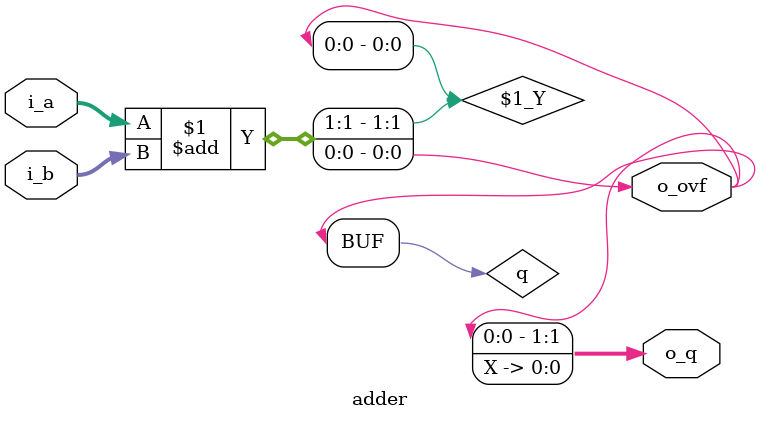
<source format=v>
`timescale 1ns/1ps
module adder(
	input    wire  [DATA_WIDTH-1:0]  i_a,
	input	   wire  [DATA_WIDTH-1:0]  i_b,
	output   wire  [DATA_WIDTH-1:0]  o_q,
   output   wire                    o_ovf
);

   parameter   DATA_WIDTH = 0;

   wire  [DATA_WIDTH:0] q;

   assign q       = i_a + i_b;   
   assign o_q     = q[DATA_WIDTH-1:0];
   assign o_ovf   = q[DATA_WIDTH];

endmodule

</source>
